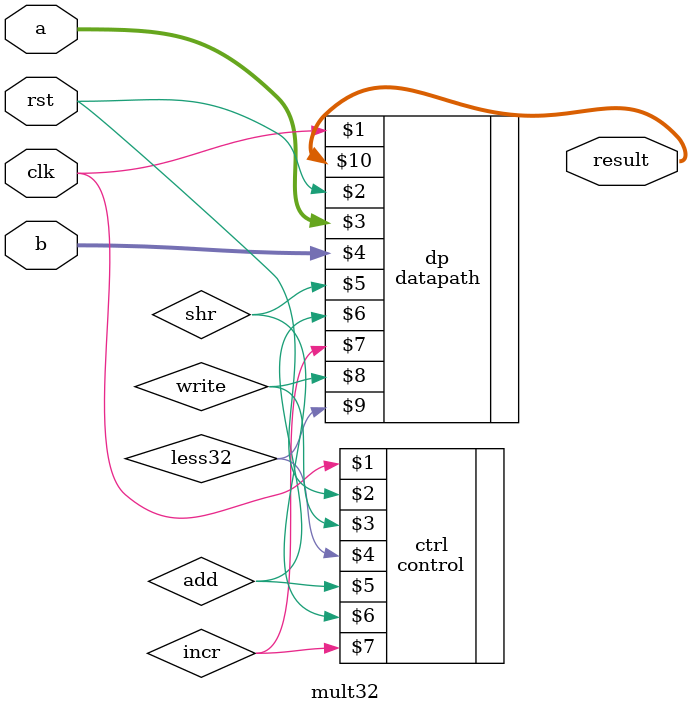
<source format=v>
module mult32(clk, rst, a, b, result);

input [31:0] a, b;
input clk, rst;
output [63:0] result;
wire write, less32, add, shr, incr;

initial begin
	
end

// call controller and datapath
control ctrl(clk, rst, write, less32, add, shr, incr);
datapath dp(clk, rst, a, b, shr, add, incr, write, less32, result);

always@(posedge clk)
begin
//	if(!less32)
//	begin
//		finish <= 1;
//	end
//	else
//	begin
//		finish <= 0;
//	end
end
endmodule

</source>
